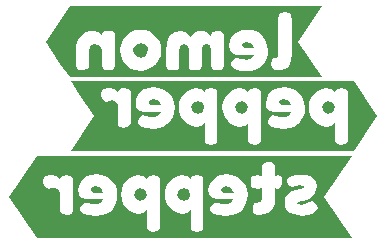
<source format=gbr>
%TF.GenerationSoftware,KiCad,Pcbnew,7.0.9*%
%TF.CreationDate,2023-11-17T16:04:47-05:00*%
%TF.ProjectId,lemon-pepper,6c656d6f-6e2d-4706-9570-7065722e6b69,rev?*%
%TF.SameCoordinates,PX8b85c60PY52f2218*%
%TF.FileFunction,Legend,Bot*%
%TF.FilePolarity,Positive*%
%FSLAX46Y46*%
G04 Gerber Fmt 4.6, Leading zero omitted, Abs format (unit mm)*
G04 Created by KiCad (PCBNEW 7.0.9) date 2023-11-17 16:04:47*
%MOMM*%
%LPD*%
G01*
G04 APERTURE LIST*
G04 APERTURE END LIST*
%TO.C,kibuzzard-6557D15D*%
G36*
X11540542Y-6150000D02*
G01*
X13872403Y-9647792D01*
X11540542Y-9647792D01*
X11011375Y-9647792D01*
X9712800Y-9647792D01*
X6039325Y-9647792D01*
X3251675Y-9647792D01*
X775175Y-9647792D01*
X-2920525Y-9647792D01*
X-7778275Y-9647792D01*
X-10261125Y-9647792D01*
X-12261375Y-9647792D01*
X-12790542Y-9647792D01*
X-15122403Y-6150000D01*
X-14214353Y-4787925D01*
X-12261375Y-4787925D01*
X-12140725Y-5232425D01*
X-11791475Y-5473725D01*
X-11572400Y-5422925D01*
X-11296175Y-5372125D01*
X-10975500Y-5492775D01*
X-10826275Y-5784875D01*
X-10826275Y-7118375D01*
X-10816750Y-7337450D01*
X-10756425Y-7505725D01*
X-10584975Y-7629550D01*
X-10261125Y-7670825D01*
X-9822975Y-7562875D01*
X-9708675Y-7289825D01*
X-9708675Y-7105675D01*
X-9708675Y-5597550D01*
X-9295925Y-5597550D01*
X-9247506Y-5937275D01*
X-9102250Y-6175400D01*
X-8673625Y-6362725D01*
X-7168675Y-6362725D01*
X-7378225Y-6661175D01*
X-7797325Y-6781825D01*
X-8125938Y-6762775D01*
X-8375175Y-6705625D01*
X-8445025Y-6680225D01*
X-8699025Y-6610375D01*
X-9048275Y-6896125D01*
X-9130825Y-7188225D01*
X-9046291Y-7435478D01*
X-8792688Y-7612087D01*
X-8370016Y-7718053D01*
X-7778275Y-7753375D01*
X-7334569Y-7712894D01*
X-6943250Y-7591450D01*
X-6618606Y-7403331D01*
X-6374925Y-7162825D01*
X-6152675Y-6806519D01*
X-6019325Y-6423403D01*
X-5974875Y-6013475D01*
X-5981477Y-5956325D01*
X-5657375Y-5956325D01*
X-5606222Y-6370486D01*
X-5452764Y-6749369D01*
X-5197000Y-7092975D01*
X-4883381Y-7364614D01*
X-4556356Y-7527597D01*
X-4215925Y-7581925D01*
X-3766662Y-7508900D01*
X-3460275Y-7289825D01*
X-3460275Y-8572525D01*
X-3450750Y-8788425D01*
X-3393600Y-8950350D01*
X-3231675Y-9080525D01*
X-2920525Y-9118625D01*
X-2606200Y-9080525D01*
X-2441100Y-8953525D01*
X-2383950Y-8794775D01*
X-2374425Y-8578875D01*
X-2374425Y-5956325D01*
X-1961675Y-5956325D01*
X-1910522Y-6370486D01*
X-1757064Y-6749369D01*
X-1501300Y-7092975D01*
X-1187681Y-7364614D01*
X-860656Y-7527597D01*
X-520225Y-7581925D01*
X-70963Y-7508900D01*
X235425Y-7289825D01*
X235425Y-8572525D01*
X244950Y-8788425D01*
X302100Y-8950350D01*
X464025Y-9080525D01*
X775175Y-9118625D01*
X1089500Y-9080525D01*
X1254600Y-8953525D01*
X1311750Y-8794775D01*
X1321275Y-8578875D01*
X1321275Y-5597550D01*
X1734025Y-5597550D01*
X1782444Y-5937275D01*
X1927700Y-6175400D01*
X2356325Y-6362725D01*
X3861275Y-6362725D01*
X3651725Y-6661175D01*
X3232625Y-6781825D01*
X2904012Y-6762775D01*
X2654775Y-6705625D01*
X2584925Y-6680225D01*
X2330925Y-6610375D01*
X1981675Y-6896125D01*
X1899125Y-7188225D01*
X1983659Y-7435478D01*
X2237262Y-7612087D01*
X2659934Y-7718053D01*
X3251675Y-7753375D01*
X3695381Y-7712894D01*
X4086700Y-7591450D01*
X4411344Y-7403331D01*
X4655025Y-7162825D01*
X4877275Y-6806519D01*
X5010625Y-6423403D01*
X5055075Y-6013475D01*
X4997572Y-5515706D01*
X4825064Y-5089197D01*
X4668602Y-4895875D01*
X5309075Y-4895875D01*
X5351937Y-5218137D01*
X5480525Y-5384825D01*
X5648800Y-5438800D01*
X5867875Y-5448325D01*
X6280625Y-5422925D01*
X6280625Y-6299225D01*
X6226650Y-6546875D01*
X6023450Y-6623075D01*
X5794850Y-6632600D01*
X5626575Y-6692925D01*
X5480525Y-7118375D01*
X5524975Y-7440637D01*
X5658325Y-7607325D01*
X5826600Y-7661300D01*
X6039325Y-7670825D01*
X6444314Y-7637664D01*
X6778747Y-7538181D01*
X7042625Y-7372375D01*
X7233125Y-7127547D01*
X7347425Y-6790997D01*
X7362364Y-6623075D01*
X8223725Y-6623075D01*
X8254681Y-6928669D01*
X8347550Y-7185050D01*
X8693625Y-7531125D01*
X8987489Y-7640486D01*
X9327214Y-7706103D01*
X9712800Y-7727975D01*
X10116025Y-7688464D01*
X10508667Y-7569931D01*
X10890725Y-7372375D01*
X11011375Y-7131075D01*
X10951050Y-6923112D01*
X10770075Y-6629425D01*
X10544650Y-6521475D01*
X10122375Y-6677050D01*
X9639775Y-6832625D01*
X9349263Y-6794525D01*
X9252425Y-6680225D01*
X9358787Y-6575450D01*
X9677875Y-6502425D01*
X10076338Y-6399237D01*
X10471625Y-6203975D01*
X10776425Y-5845200D01*
X10866913Y-5577706D01*
X10897075Y-5264175D01*
X10841957Y-4902987D01*
X10676603Y-4622063D01*
X10401013Y-4421403D01*
X10015187Y-4301007D01*
X9519125Y-4260875D01*
X9061925Y-4314850D01*
X8592025Y-4476775D01*
X8369775Y-4730775D01*
X8509475Y-5105425D01*
X8795225Y-5327675D01*
X9077800Y-5232425D01*
X9525475Y-5137175D01*
X9900125Y-5276875D01*
X9792175Y-5434037D01*
X9468325Y-5524525D01*
X9055575Y-5607075D01*
X8655525Y-5765825D01*
X8347550Y-6073800D01*
X8254681Y-6320656D01*
X8223725Y-6623075D01*
X7362364Y-6623075D01*
X7385525Y-6362725D01*
X7385525Y-5422925D01*
X7645875Y-5441975D01*
X7877650Y-5334025D01*
X7969725Y-4965725D01*
X7937975Y-4587900D01*
X7849075Y-4419625D01*
X7595075Y-4337075D01*
X7385525Y-4362475D01*
X7385525Y-3708425D01*
X7376000Y-3492525D01*
X7315675Y-3340125D01*
X7152162Y-3221062D01*
X6826725Y-3181375D01*
X6482238Y-3240112D01*
X6312375Y-3416325D01*
X6280625Y-3740175D01*
X6280625Y-4362475D01*
X5858350Y-4337075D01*
X5642450Y-4346600D01*
X5474175Y-4406925D01*
X5350350Y-4570437D01*
X5309075Y-4895875D01*
X4668602Y-4895875D01*
X4537550Y-4733950D01*
X4163958Y-4467603D01*
X3733217Y-4307794D01*
X3245325Y-4254525D01*
X2833369Y-4293419D01*
X2480150Y-4410100D01*
X2185669Y-4604569D01*
X1949925Y-4876825D01*
X1788000Y-5222106D01*
X1734025Y-5597550D01*
X1321275Y-5597550D01*
X1321275Y-4870475D01*
X1311750Y-4654575D01*
X1257775Y-4495825D01*
X1106962Y-4367237D01*
X832325Y-4324375D01*
X378300Y-4410100D01*
X241775Y-4660925D01*
X-68581Y-4413275D01*
X-517050Y-4330725D01*
X-856069Y-4385053D01*
X-1183094Y-4548036D01*
X-1498125Y-4819675D01*
X-1755653Y-5163281D01*
X-1910169Y-5542164D01*
X-1961675Y-5956325D01*
X-2374425Y-5956325D01*
X-2374425Y-4870475D01*
X-2383950Y-4654575D01*
X-2437925Y-4495825D01*
X-2588737Y-4367237D01*
X-2863375Y-4324375D01*
X-3317400Y-4410100D01*
X-3453925Y-4660925D01*
X-3764281Y-4413275D01*
X-4212750Y-4330725D01*
X-4551769Y-4385053D01*
X-4878794Y-4548036D01*
X-5193825Y-4819675D01*
X-5451353Y-5163281D01*
X-5605869Y-5542164D01*
X-5657375Y-5956325D01*
X-5981477Y-5956325D01*
X-6032378Y-5515706D01*
X-6204886Y-5089197D01*
X-6492400Y-4733950D01*
X-6865992Y-4467603D01*
X-7296733Y-4307794D01*
X-7784625Y-4254525D01*
X-8196581Y-4293419D01*
X-8549800Y-4410100D01*
X-8844281Y-4604569D01*
X-9080025Y-4876825D01*
X-9241950Y-5222106D01*
X-9295925Y-5597550D01*
X-9708675Y-5597550D01*
X-9708675Y-4876825D01*
X-9718200Y-4657750D01*
X-9772175Y-4495825D01*
X-9940450Y-4367237D01*
X-10267475Y-4324375D01*
X-10577038Y-4360887D01*
X-10743725Y-4470425D01*
X-10813575Y-4679975D01*
X-10905650Y-4572025D01*
X-11162825Y-4400575D01*
X-11508900Y-4292625D01*
X-11759725Y-4308500D01*
X-11981975Y-4362475D01*
X-12182000Y-4492650D01*
X-12261375Y-4787925D01*
X-14214353Y-4787925D01*
X-12790542Y-2652208D01*
X-12261375Y-2652208D01*
X11011375Y-2652208D01*
X11540542Y-2652208D01*
X13872403Y-2652208D01*
X11540542Y-6150000D01*
G37*
G36*
X-3631725Y-5588025D02*
G01*
X-3485675Y-5962675D01*
X-3634900Y-6334150D01*
X-4015900Y-6502425D01*
X-4409600Y-6337325D01*
X-4571525Y-5962675D01*
X-4419125Y-5584850D01*
X-4022250Y-5416575D01*
X-3631725Y-5588025D01*
G37*
G36*
X63975Y-5588025D02*
G01*
X210025Y-5962675D01*
X60800Y-6334150D01*
X-320200Y-6502425D01*
X-713900Y-6337325D01*
X-875825Y-5962675D01*
X-723425Y-5584850D01*
X-326550Y-5416575D01*
X63975Y-5588025D01*
G37*
G36*
X3670775Y-5426100D02*
G01*
X3873975Y-5784875D01*
X3073875Y-5784875D01*
X2832575Y-5581675D01*
X2943700Y-5346725D01*
X3261200Y-5257825D01*
X3670775Y-5426100D01*
G37*
G36*
X-7359175Y-5426100D02*
G01*
X-7155975Y-5784875D01*
X-7956075Y-5784875D01*
X-8197375Y-5581675D01*
X-8086250Y-5346725D01*
X-7768750Y-5257825D01*
X-7359175Y-5426100D01*
G37*
%TO.C,kibuzzard-6557D153*%
G36*
X16036761Y700000D02*
G01*
X14062617Y-2261217D01*
X13533450Y-2261217D01*
X12987350Y-2261217D01*
X8129600Y-2261217D01*
X5653100Y-2261217D01*
X1957400Y-2261217D01*
X-2900350Y-2261217D01*
X-5383200Y-2261217D01*
X-7383450Y-2261217D01*
X-7912617Y-2261217D01*
X-9886761Y-2261217D01*
X-7912617Y700000D01*
X-9178383Y2598650D01*
X-7383450Y2598650D01*
X-7262800Y2154150D01*
X-6913550Y1912850D01*
X-6694475Y1963650D01*
X-6418250Y2014450D01*
X-6097575Y1893800D01*
X-5948350Y1601700D01*
X-5948350Y268200D01*
X-5938825Y49125D01*
X-5878500Y-119150D01*
X-5707050Y-242975D01*
X-5383200Y-284250D01*
X-4945050Y-176300D01*
X-4830750Y96750D01*
X-4830750Y280900D01*
X-4830750Y1789025D01*
X-4418000Y1789025D01*
X-4369581Y1449300D01*
X-4224325Y1211175D01*
X-3795700Y1023850D01*
X-2290750Y1023850D01*
X-2500300Y725400D01*
X-2919400Y604750D01*
X-3248012Y623800D01*
X-3497250Y680950D01*
X-3567100Y706350D01*
X-3821100Y776200D01*
X-4170350Y490450D01*
X-4252900Y198350D01*
X-4168366Y-48903D01*
X-3914763Y-225512D01*
X-3492091Y-331478D01*
X-2900350Y-366800D01*
X-2456644Y-326319D01*
X-2065325Y-204875D01*
X-1740681Y-16756D01*
X-1497000Y223750D01*
X-1274750Y580056D01*
X-1141400Y963172D01*
X-1096950Y1373100D01*
X-1103552Y1430250D01*
X-779450Y1430250D01*
X-728297Y1016089D01*
X-574839Y637206D01*
X-319075Y293600D01*
X-5456Y21961D01*
X321569Y-141022D01*
X662000Y-195350D01*
X1111263Y-122325D01*
X1417650Y96750D01*
X1417650Y-1185950D01*
X1427175Y-1401850D01*
X1484325Y-1563775D01*
X1646250Y-1693950D01*
X1957400Y-1732050D01*
X2271725Y-1693950D01*
X2436825Y-1566950D01*
X2493975Y-1408200D01*
X2503500Y-1192300D01*
X2503500Y1430250D01*
X2916250Y1430250D01*
X2967403Y1016089D01*
X3120861Y637206D01*
X3376625Y293600D01*
X3690244Y21961D01*
X4017269Y-141022D01*
X4357700Y-195350D01*
X4806963Y-122325D01*
X5113350Y96750D01*
X5113350Y-1185950D01*
X5122875Y-1401850D01*
X5180025Y-1563775D01*
X5341950Y-1693950D01*
X5653100Y-1732050D01*
X5967425Y-1693950D01*
X6132525Y-1566950D01*
X6189675Y-1408200D01*
X6199200Y-1192300D01*
X6199200Y1789025D01*
X6611950Y1789025D01*
X6660369Y1449300D01*
X6805625Y1211175D01*
X7234250Y1023850D01*
X8739200Y1023850D01*
X8529650Y725400D01*
X8110550Y604750D01*
X7781938Y623800D01*
X7532700Y680950D01*
X7462850Y706350D01*
X7208850Y776200D01*
X6859600Y490450D01*
X6777050Y198350D01*
X6861584Y-48903D01*
X7115187Y-225512D01*
X7537859Y-331478D01*
X8129600Y-366800D01*
X8573306Y-326319D01*
X8964625Y-204875D01*
X9289269Y-16756D01*
X9532950Y223750D01*
X9755200Y580056D01*
X9888550Y963172D01*
X9933000Y1373100D01*
X9926398Y1430250D01*
X10250500Y1430250D01*
X10301653Y1016089D01*
X10455111Y637206D01*
X10710875Y293600D01*
X11024494Y21961D01*
X11351519Y-141022D01*
X11691950Y-195350D01*
X12141212Y-122325D01*
X12447600Y96750D01*
X12447600Y-1185950D01*
X12457125Y-1401850D01*
X12514275Y-1563775D01*
X12676200Y-1693950D01*
X12987350Y-1732050D01*
X13301675Y-1693950D01*
X13466775Y-1566950D01*
X13523925Y-1408200D01*
X13533450Y-1192300D01*
X13533450Y2516100D01*
X13523925Y2732000D01*
X13469950Y2890750D01*
X13319137Y3019338D01*
X13044500Y3062200D01*
X12590475Y2976475D01*
X12453950Y2725650D01*
X12143594Y2973300D01*
X11695125Y3055850D01*
X11356106Y3001522D01*
X11029081Y2838539D01*
X10714050Y2566900D01*
X10456522Y2223294D01*
X10302006Y1844411D01*
X10250500Y1430250D01*
X9926398Y1430250D01*
X9875497Y1870869D01*
X9702989Y2297378D01*
X9415475Y2652625D01*
X9041883Y2918972D01*
X8611142Y3078781D01*
X8123250Y3132050D01*
X7711294Y3093156D01*
X7358075Y2976475D01*
X7063594Y2782006D01*
X6827850Y2509750D01*
X6665925Y2164469D01*
X6611950Y1789025D01*
X6199200Y1789025D01*
X6199200Y2516100D01*
X6189675Y2732000D01*
X6135700Y2890750D01*
X5984887Y3019338D01*
X5710250Y3062200D01*
X5256225Y2976475D01*
X5119700Y2725650D01*
X4809344Y2973300D01*
X4360875Y3055850D01*
X4021856Y3001522D01*
X3694831Y2838539D01*
X3379800Y2566900D01*
X3122272Y2223294D01*
X2967756Y1844411D01*
X2916250Y1430250D01*
X2503500Y1430250D01*
X2503500Y2516100D01*
X2493975Y2732000D01*
X2440000Y2890750D01*
X2289188Y3019338D01*
X2014550Y3062200D01*
X1560525Y2976475D01*
X1424000Y2725650D01*
X1113644Y2973300D01*
X665175Y3055850D01*
X326156Y3001522D01*
X-869Y2838539D01*
X-315900Y2566900D01*
X-573428Y2223294D01*
X-727944Y1844411D01*
X-779450Y1430250D01*
X-1103552Y1430250D01*
X-1154453Y1870869D01*
X-1326961Y2297378D01*
X-1614475Y2652625D01*
X-1988067Y2918972D01*
X-2418808Y3078781D01*
X-2906700Y3132050D01*
X-3318656Y3093156D01*
X-3671875Y2976475D01*
X-3966356Y2782006D01*
X-4202100Y2509750D01*
X-4364025Y2164469D01*
X-4418000Y1789025D01*
X-4830750Y1789025D01*
X-4830750Y2509750D01*
X-4840275Y2728825D01*
X-4894250Y2890750D01*
X-5062525Y3019338D01*
X-5389550Y3062200D01*
X-5699113Y3025688D01*
X-5865800Y2916150D01*
X-5935650Y2706600D01*
X-6027725Y2814550D01*
X-6284900Y2986000D01*
X-6630975Y3093950D01*
X-6881800Y3078075D01*
X-7104050Y3024100D01*
X-7304075Y2893925D01*
X-7383450Y2598650D01*
X-9178383Y2598650D01*
X-9886761Y3661217D01*
X-7912617Y3661217D01*
X-7383450Y3661217D01*
X13533450Y3661217D01*
X14062617Y3661217D01*
X16036761Y700000D01*
G37*
G36*
X12276150Y1798550D02*
G01*
X12422200Y1423900D01*
X12272975Y1052425D01*
X11891975Y884150D01*
X11498275Y1049250D01*
X11336350Y1423900D01*
X11488750Y1801725D01*
X11885625Y1970000D01*
X12276150Y1798550D01*
G37*
G36*
X4941900Y1798550D02*
G01*
X5087950Y1423900D01*
X4938725Y1052425D01*
X4557725Y884150D01*
X4164025Y1049250D01*
X4002100Y1423900D01*
X4154500Y1801725D01*
X4551375Y1970000D01*
X4941900Y1798550D01*
G37*
G36*
X1246200Y1798550D02*
G01*
X1392250Y1423900D01*
X1243025Y1052425D01*
X862025Y884150D01*
X468325Y1049250D01*
X306400Y1423900D01*
X458800Y1801725D01*
X855675Y1970000D01*
X1246200Y1798550D01*
G37*
G36*
X8548700Y1960475D02*
G01*
X8751900Y1601700D01*
X7951800Y1601700D01*
X7710500Y1804900D01*
X7821625Y2039850D01*
X8139125Y2128750D01*
X8548700Y1960475D01*
G37*
G36*
X-2481250Y1960475D02*
G01*
X-2278050Y1601700D01*
X-3078150Y1601700D01*
X-3319450Y1804900D01*
X-3208325Y2039850D01*
X-2890825Y2128750D01*
X-2481250Y1960475D01*
G37*
%TO.C,kibuzzard-6557D149*%
G36*
X9313642Y7000000D02*
G01*
X11334353Y3968933D01*
X9313642Y3968933D01*
X8784475Y3968933D01*
X7463675Y3968933D01*
X4999875Y3968933D01*
X-1267575Y3968933D01*
X-3985375Y3968933D01*
X-8925675Y3968933D01*
X-9484475Y3968933D01*
X-10013642Y3968933D01*
X-10793987Y5139450D01*
X-9484475Y5139450D01*
X-9474950Y4920375D01*
X-9420975Y4758450D01*
X-9252700Y4629862D01*
X-8925675Y4587000D01*
X-8570075Y4645738D01*
X-8404975Y4821950D01*
X-8366875Y5145800D01*
X-8366875Y6263400D01*
X-8217650Y6669800D01*
X-7817600Y6815850D01*
X-7411200Y6663450D01*
X-7255625Y6263400D01*
X-7255625Y5139450D01*
X-7246100Y4920375D01*
X-7185775Y4758450D01*
X-7022262Y4629862D01*
X-6696825Y4587000D01*
X-6374562Y4629862D01*
X-6207875Y4758450D01*
X-6153900Y4926725D01*
X-6144375Y5145800D01*
X-6144375Y6257050D01*
X-5731625Y6257050D01*
X-5663362Y5759369D01*
X-5458575Y5320425D01*
X-5156156Y4964825D01*
X-4795000Y4717175D01*
X-4397331Y4571919D01*
X-3985375Y4523500D01*
X-3572625Y4575094D01*
X-3172575Y4729875D01*
X-2809831Y4985463D01*
X-2678977Y5139450D01*
X-1826375Y5139450D01*
X-1816850Y4920375D01*
X-1756525Y4752100D01*
X-1593012Y4623512D01*
X-1267575Y4580650D01*
X-945312Y4625100D01*
X-778625Y4758450D01*
X-724650Y4926725D01*
X-715125Y5145800D01*
X-715125Y6257050D01*
X-616700Y6671388D01*
X-321425Y6809500D01*
X-19800Y6663450D01*
X59575Y6250700D01*
X59575Y5139450D01*
X69100Y4917200D01*
X129425Y4752100D01*
X297700Y4623512D01*
X624725Y4580650D01*
X946988Y4625100D01*
X1113675Y4758450D01*
X1167650Y4926725D01*
X1177175Y5145800D01*
X1177175Y6257050D01*
X1275600Y6671388D01*
X1570875Y6809500D01*
X1856625Y6671388D01*
X1951875Y6257050D01*
X1951875Y5133100D01*
X1961400Y4914025D01*
X2021725Y4745750D01*
X2193175Y4621925D01*
X2517025Y4580650D01*
X2839288Y4623512D01*
X3005975Y4752100D01*
X3059950Y4917200D01*
X3069475Y5139450D01*
X3069475Y6653925D01*
X3482225Y6653925D01*
X3530644Y6314200D01*
X3675900Y6076075D01*
X4104525Y5888750D01*
X5609475Y5888750D01*
X5399925Y5590300D01*
X4980825Y5469650D01*
X4652213Y5488700D01*
X4402975Y5545850D01*
X4333125Y5571250D01*
X4079125Y5641100D01*
X3729875Y5355350D01*
X3647325Y5063250D01*
X3731859Y4815997D01*
X3985463Y4639387D01*
X4408134Y4533422D01*
X4999875Y4498100D01*
X5443581Y4538581D01*
X5834900Y4660025D01*
X6159544Y4848144D01*
X6403225Y5088650D01*
X6430951Y5133100D01*
X7057275Y5133100D01*
X7089025Y4810838D01*
X7184275Y4644150D01*
X7463675Y4577475D01*
X7971675Y4606050D01*
X8374900Y4718762D01*
X8606675Y4929900D01*
X8740025Y5333125D01*
X8784475Y5920500D01*
X8784475Y8943100D01*
X8774950Y9162175D01*
X8720975Y9330450D01*
X8552700Y9459038D01*
X8225675Y9501900D01*
X7911350Y9459038D01*
X7743075Y9330450D01*
X7682750Y9159000D01*
X7673225Y8936750D01*
X7673225Y5996700D01*
X7635125Y5707775D01*
X7466850Y5647450D01*
X7292225Y5637925D01*
X7184275Y5583950D01*
X7057275Y5133100D01*
X6430951Y5133100D01*
X6625475Y5444956D01*
X6758825Y5828072D01*
X6803275Y6238000D01*
X6745772Y6735769D01*
X6573264Y7162278D01*
X6285750Y7517525D01*
X5912158Y7783872D01*
X5481417Y7943681D01*
X4993525Y7996950D01*
X4581569Y7958056D01*
X4228350Y7841375D01*
X3933869Y7646906D01*
X3698125Y7374650D01*
X3536200Y7029369D01*
X3482225Y6653925D01*
X3069475Y6653925D01*
X3069475Y7374650D01*
X3059950Y7593725D01*
X2999625Y7755650D01*
X2839288Y7884238D01*
X2548775Y7927100D01*
X2085225Y7812800D01*
X1977275Y7482600D01*
X1648663Y7820738D01*
X1259725Y7933450D01*
X864614Y7872067D01*
X542881Y7687917D01*
X294525Y7381000D01*
X126250Y7581025D01*
X-188075Y7809625D01*
X-632575Y7933450D01*
X-1099300Y7835819D01*
X-1483475Y7542925D01*
X-1673975Y7225778D01*
X-1788275Y6795036D01*
X-1826375Y6250700D01*
X-1826375Y5139450D01*
X-2678977Y5139450D01*
X-2509000Y5339475D01*
X-2306594Y5768894D01*
X-2239125Y6250700D01*
X-2298392Y6729067D01*
X-2476192Y7148167D01*
X-2772525Y7508000D01*
X-3145058Y7783167D01*
X-3551458Y7948267D01*
X-3991725Y8003300D01*
X-4431286Y7948619D01*
X-4835569Y7784578D01*
X-5204575Y7511175D01*
X-5497381Y7153106D01*
X-5673064Y6735064D01*
X-5731625Y6257050D01*
X-6144375Y6257050D01*
X-6144375Y7393700D01*
X-6153900Y7606425D01*
X-6214225Y7768350D01*
X-6380912Y7887412D01*
X-6703175Y7927100D01*
X-7015912Y7890588D01*
X-7179425Y7781050D01*
X-7242925Y7520700D01*
X-7357225Y7647700D01*
X-7528675Y7781050D01*
X-8004925Y7927100D01*
X-8404622Y7873125D01*
X-8757047Y7711200D01*
X-9062200Y7441325D01*
X-9296797Y7093839D01*
X-9437556Y6699081D01*
X-9484475Y6257050D01*
X-9484475Y5139450D01*
X-10793987Y5139450D01*
X-12034353Y7000000D01*
X-10013642Y10031067D01*
X-9484475Y10031067D01*
X8784475Y10031067D01*
X9313642Y10031067D01*
X11334353Y10031067D01*
X9313642Y7000000D01*
G37*
G36*
X-3559925Y6726950D02*
G01*
X-3412287Y6530894D01*
X-3363075Y6260225D01*
X-3413875Y5990350D01*
X-3566275Y5796675D01*
X-3979025Y5641100D01*
X-4398125Y5799850D01*
X-4555287Y5996700D01*
X-4607675Y6269750D01*
X-4558462Y6541213D01*
X-4410825Y6733300D01*
X-3985375Y6885700D01*
X-3559925Y6726950D01*
G37*
G36*
X5418975Y6825375D02*
G01*
X5622175Y6466600D01*
X4822075Y6466600D01*
X4580775Y6669800D01*
X4691900Y6904750D01*
X5009400Y6993650D01*
X5418975Y6825375D01*
G37*
%TD*%
M02*

</source>
